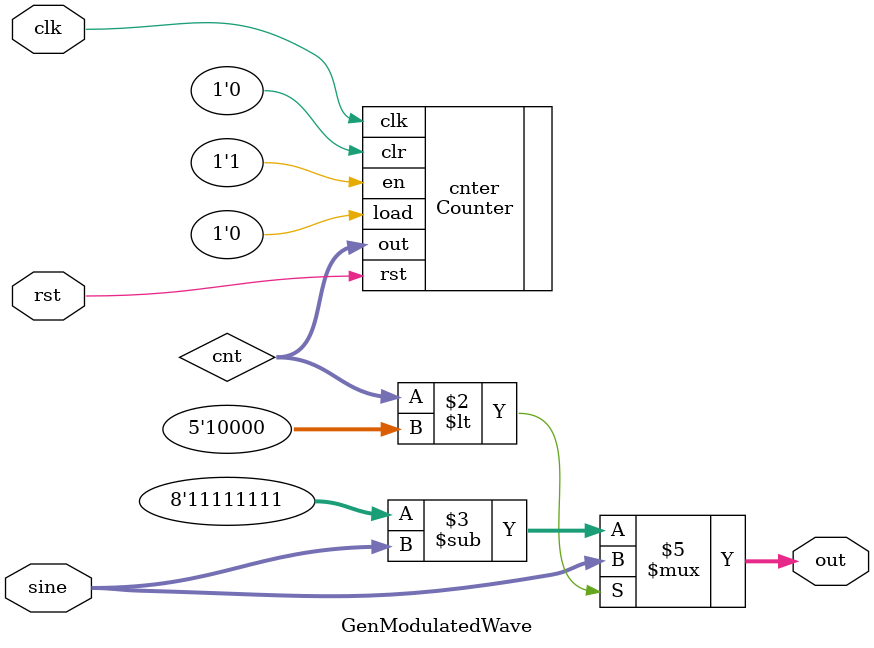
<source format=v>
module GenModulatedWave(
    input [7:0] sine,
    input clk, rst,
    output reg [7:0] out
);
    wire [4:0] cnt;
    Counter #(5) cnter(.load(1'b0), .en(1'b1), .clr(1'b0), .clk(clk), .rst(rst), .out(cnt));

    always @(sine, cnt) begin
        if (cnt < 5'd16) out = sine;
        else out = 8'd255 - sine;
    end
endmodule

</source>
